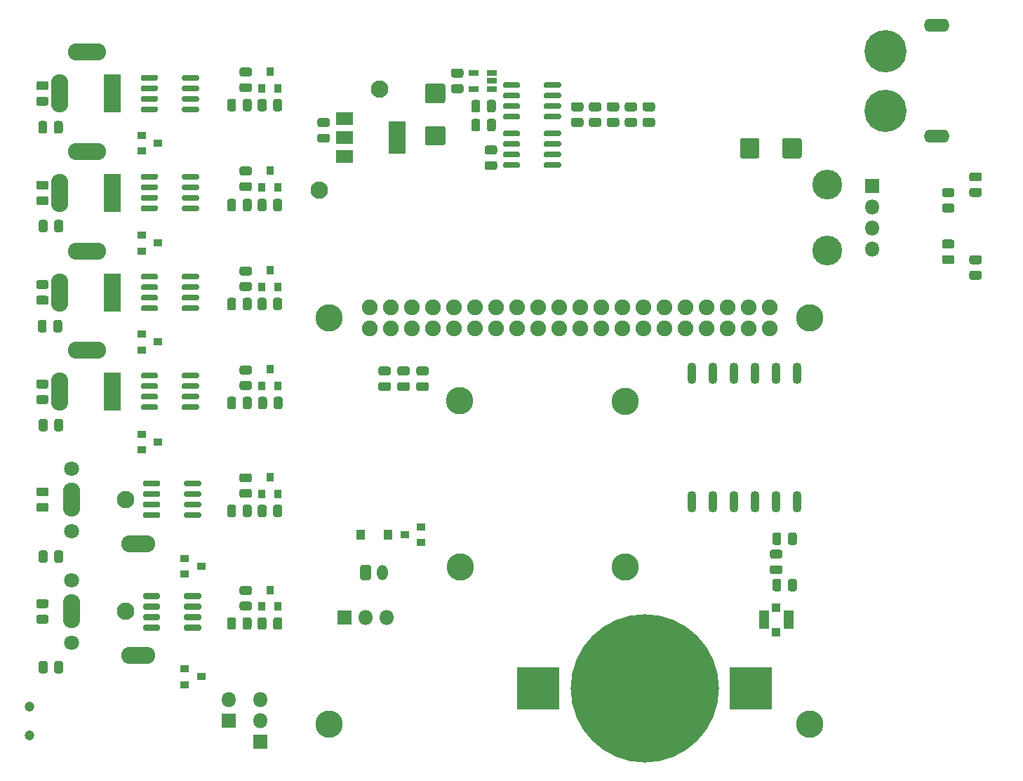
<source format=gts>
%TF.GenerationSoftware,KiCad,Pcbnew,(5.1.6-0-10_14)*%
%TF.CreationDate,2020-09-02T22:05:45+02:00*%
%TF.ProjectId,Astroberry_power_shield,41737472-6f62-4657-9272-795f706f7765,rev?*%
%TF.SameCoordinates,PX2faf080PY8f0d180*%
%TF.FileFunction,Soldermask,Top*%
%TF.FilePolarity,Negative*%
%FSLAX46Y46*%
G04 Gerber Fmt 4.6, Leading zero omitted, Abs format (unit mm)*
G04 Created by KiCad (PCBNEW (5.1.6-0-10_14)) date 2020-09-02 22:05:45*
%MOMM*%
%LPD*%
G01*
G04 APERTURE LIST*
%ADD10C,1.900000*%
%ADD11C,3.300000*%
%ADD12C,3.600000*%
%ADD13R,1.800000X1.800000*%
%ADD14O,1.800000X1.800000*%
%ADD15O,1.100000X2.600000*%
%ADD16R,1.000000X1.300000*%
%ADD17R,1.000000X0.900000*%
%ADD18O,1.300000X1.850000*%
%ADD19C,1.200000*%
%ADD20R,2.100000X3.900000*%
%ADD21R,2.100000X1.600000*%
%ADD22C,2.100000*%
%ADD23C,5.100000*%
%ADD24O,3.100000X1.600000*%
%ADD25C,17.900000*%
%ADD26R,5.200000X5.200000*%
%ADD27R,2.100000X4.600000*%
%ADD28O,2.100000X4.600000*%
%ADD29O,4.600000X2.100000*%
%ADD30O,2.100000X4.100000*%
%ADD31C,1.800000*%
%ADD32O,4.100000X2.100000*%
%ADD33R,1.100000X1.100000*%
%ADD34R,1.150000X2.300000*%
%ADD35R,0.900000X1.000000*%
%ADD36R,1.160000X0.750000*%
G04 APERTURE END LIST*
D10*
%TO.C,J4*%
X91430000Y57630000D03*
X88890000Y57630000D03*
X86350000Y57630000D03*
X83810000Y57630000D03*
X81270000Y57630000D03*
X78730000Y57630000D03*
X76190000Y57630000D03*
X73650000Y57630000D03*
X71110000Y57630000D03*
X68570000Y57630000D03*
X66030000Y57630000D03*
X63490000Y57630000D03*
X60950000Y57630000D03*
X58410000Y57630000D03*
X55870000Y57630000D03*
X53330000Y57630000D03*
X50790000Y57630000D03*
X48250000Y57630000D03*
X45710000Y57630000D03*
X43170000Y57630000D03*
X91430000Y60170000D03*
X88890000Y60170000D03*
X86350000Y60170000D03*
X83810000Y60170000D03*
X81270000Y60170000D03*
X78730000Y60170000D03*
X76190000Y60170000D03*
X73650000Y60170000D03*
X71110000Y60170000D03*
X68570000Y60170000D03*
X66030000Y60170000D03*
X63490000Y60170000D03*
X60950000Y60170000D03*
X58410000Y60170000D03*
X55870000Y60170000D03*
X53330000Y60170000D03*
X50790000Y60170000D03*
X48250000Y60170000D03*
X45710000Y60170000D03*
X43169999Y60170000D03*
D11*
X96300000Y58899999D03*
X96300000Y9899999D03*
X38300000Y9899999D03*
X38300000Y58900000D03*
%TD*%
D12*
%TO.C,J1*%
X98397000Y67016000D03*
X98397000Y75016000D03*
D13*
X103797000Y74816000D03*
D14*
X103797000Y72276000D03*
X103797000Y69736000D03*
X103797000Y67196000D03*
%TD*%
%TO.C,R36*%
G36*
G01*
X91758750Y29077000D02*
X92721250Y29077000D01*
G75*
G02*
X92990000Y28808250I0J-268750D01*
G01*
X92990000Y28270750D01*
G75*
G02*
X92721250Y28002000I-268750J0D01*
G01*
X91758750Y28002000D01*
G75*
G02*
X91490000Y28270750I0J268750D01*
G01*
X91490000Y28808250D01*
G75*
G02*
X91758750Y29077000I268750J0D01*
G01*
G37*
G36*
G01*
X91758750Y30952000D02*
X92721250Y30952000D01*
G75*
G02*
X92990000Y30683250I0J-268750D01*
G01*
X92990000Y30145750D01*
G75*
G02*
X92721250Y29877000I-268750J0D01*
G01*
X91758750Y29877000D01*
G75*
G02*
X91490000Y30145750I0J268750D01*
G01*
X91490000Y30683250D01*
G75*
G02*
X91758750Y30952000I268750J0D01*
G01*
G37*
%TD*%
D15*
%TO.C,IC2*%
X82080000Y52216000D03*
X84620000Y52216000D03*
X87160000Y52216000D03*
X89700000Y52216000D03*
X92240000Y52216000D03*
X94780000Y52216000D03*
X94780000Y36716000D03*
X92240000Y36716000D03*
X89700000Y36716000D03*
X87160000Y36716000D03*
X84620000Y36716000D03*
X82080000Y36716000D03*
%TD*%
%TO.C,C18*%
G36*
G01*
X92856000Y27164250D02*
X92856000Y26201750D01*
G75*
G02*
X92587250Y25933000I-268750J0D01*
G01*
X92049750Y25933000D01*
G75*
G02*
X91781000Y26201750I0J268750D01*
G01*
X91781000Y27164250D01*
G75*
G02*
X92049750Y27433000I268750J0D01*
G01*
X92587250Y27433000D01*
G75*
G02*
X92856000Y27164250I0J-268750D01*
G01*
G37*
G36*
G01*
X94731000Y27164250D02*
X94731000Y26201750D01*
G75*
G02*
X94462250Y25933000I-268750J0D01*
G01*
X93924750Y25933000D01*
G75*
G02*
X93656000Y26201750I0J268750D01*
G01*
X93656000Y27164250D01*
G75*
G02*
X93924750Y27433000I268750J0D01*
G01*
X94462250Y27433000D01*
G75*
G02*
X94731000Y27164250I0J-268750D01*
G01*
G37*
%TD*%
%TO.C,C17*%
G36*
G01*
X92856000Y32752250D02*
X92856000Y31789750D01*
G75*
G02*
X92587250Y31521000I-268750J0D01*
G01*
X92049750Y31521000D01*
G75*
G02*
X91781000Y31789750I0J268750D01*
G01*
X91781000Y32752250D01*
G75*
G02*
X92049750Y33021000I268750J0D01*
G01*
X92587250Y33021000D01*
G75*
G02*
X92856000Y32752250I0J-268750D01*
G01*
G37*
G36*
G01*
X94731000Y32752250D02*
X94731000Y31789750D01*
G75*
G02*
X94462250Y31521000I-268750J0D01*
G01*
X93924750Y31521000D01*
G75*
G02*
X93656000Y31789750I0J268750D01*
G01*
X93656000Y32752250D01*
G75*
G02*
X93924750Y33021000I268750J0D01*
G01*
X94462250Y33021000D01*
G75*
G02*
X94731000Y32752250I0J-268750D01*
G01*
G37*
%TD*%
%TO.C,R35*%
G36*
G01*
X47763250Y51975000D02*
X46800750Y51975000D01*
G75*
G02*
X46532000Y52243750I0J268750D01*
G01*
X46532000Y52781250D01*
G75*
G02*
X46800750Y53050000I268750J0D01*
G01*
X47763250Y53050000D01*
G75*
G02*
X48032000Y52781250I0J-268750D01*
G01*
X48032000Y52243750D01*
G75*
G02*
X47763250Y51975000I-268750J0D01*
G01*
G37*
G36*
G01*
X47763250Y50100000D02*
X46800750Y50100000D01*
G75*
G02*
X46532000Y50368750I0J268750D01*
G01*
X46532000Y50906250D01*
G75*
G02*
X46800750Y51175000I268750J0D01*
G01*
X47763250Y51175000D01*
G75*
G02*
X48032000Y50906250I0J-268750D01*
G01*
X48032000Y50368750D01*
G75*
G02*
X47763250Y50100000I-268750J0D01*
G01*
G37*
%TD*%
%TO.C,R34*%
G36*
G01*
X45477250Y51975000D02*
X44514750Y51975000D01*
G75*
G02*
X44246000Y52243750I0J268750D01*
G01*
X44246000Y52781250D01*
G75*
G02*
X44514750Y53050000I268750J0D01*
G01*
X45477250Y53050000D01*
G75*
G02*
X45746000Y52781250I0J-268750D01*
G01*
X45746000Y52243750D01*
G75*
G02*
X45477250Y51975000I-268750J0D01*
G01*
G37*
G36*
G01*
X45477250Y50100000D02*
X44514750Y50100000D01*
G75*
G02*
X44246000Y50368750I0J268750D01*
G01*
X44246000Y50906250D01*
G75*
G02*
X44514750Y51175000I268750J0D01*
G01*
X45477250Y51175000D01*
G75*
G02*
X45746000Y50906250I0J-268750D01*
G01*
X45746000Y50368750D01*
G75*
G02*
X45477250Y50100000I-268750J0D01*
G01*
G37*
%TD*%
%TO.C,R2*%
G36*
G01*
X50049250Y51975000D02*
X49086750Y51975000D01*
G75*
G02*
X48818000Y52243750I0J268750D01*
G01*
X48818000Y52781250D01*
G75*
G02*
X49086750Y53050000I268750J0D01*
G01*
X50049250Y53050000D01*
G75*
G02*
X50318000Y52781250I0J-268750D01*
G01*
X50318000Y52243750D01*
G75*
G02*
X50049250Y51975000I-268750J0D01*
G01*
G37*
G36*
G01*
X50049250Y50100000D02*
X49086750Y50100000D01*
G75*
G02*
X48818000Y50368750I0J268750D01*
G01*
X48818000Y50906250D01*
G75*
G02*
X49086750Y51175000I268750J0D01*
G01*
X50049250Y51175000D01*
G75*
G02*
X50318000Y50906250I0J-268750D01*
G01*
X50318000Y50368750D01*
G75*
G02*
X50049250Y50100000I-268750J0D01*
G01*
G37*
%TD*%
D14*
%TO.C,JP3*%
X45250000Y22746000D03*
X42710000Y22746000D03*
D13*
X40170000Y22746000D03*
%TD*%
D16*
%TO.C,D5*%
X45376000Y32779000D03*
X42076000Y32779000D03*
%TD*%
D17*
%TO.C,T20*%
X47425000Y32779000D03*
X49425000Y33729000D03*
X49425000Y31829000D03*
%TD*%
D18*
%TO.C,J12*%
X44710000Y28207000D03*
G36*
G01*
X42060000Y27552832D02*
X42060000Y28861168D01*
G75*
G02*
X42330832Y29132000I270832J0D01*
G01*
X43089168Y29132000D01*
G75*
G02*
X43360000Y28861168I0J-270832D01*
G01*
X43360000Y27552832D01*
G75*
G02*
X43089168Y27282000I-270832J0D01*
G01*
X42330832Y27282000D01*
G75*
G02*
X42060000Y27552832I0J270832D01*
G01*
G37*
%TD*%
D11*
%TO.C,H6*%
X74050000Y28900000D03*
%TD*%
%TO.C,H5*%
X74050000Y48850000D03*
%TD*%
%TO.C,H4*%
X54100000Y28900000D03*
%TD*%
%TO.C,H3*%
X54050000Y48900000D03*
%TD*%
D14*
%TO.C,JP2*%
X26200000Y12840000D03*
D13*
X26200000Y10300000D03*
%TD*%
D14*
%TO.C,JP1*%
X30010000Y12840000D03*
X30010000Y10300000D03*
D13*
X30010000Y7760000D03*
%TD*%
D19*
%TO.C,J2*%
X2125000Y8550000D03*
X2125000Y12050000D03*
%TD*%
%TO.C,C16*%
G36*
G01*
X50128110Y82077000D02*
X52055890Y82077000D01*
G75*
G02*
X52317000Y81815890I0J-261110D01*
G01*
X52317000Y79988110D01*
G75*
G02*
X52055890Y79727000I-261110J0D01*
G01*
X50128110Y79727000D01*
G75*
G02*
X49867000Y79988110I0J261110D01*
G01*
X49867000Y81815890D01*
G75*
G02*
X50128110Y82077000I261110J0D01*
G01*
G37*
G36*
G01*
X50128110Y87177000D02*
X52055890Y87177000D01*
G75*
G02*
X52317000Y86915890I0J-261110D01*
G01*
X52317000Y85088110D01*
G75*
G02*
X52055890Y84827000I-261110J0D01*
G01*
X50128110Y84827000D01*
G75*
G02*
X49867000Y85088110I0J261110D01*
G01*
X49867000Y86915890D01*
G75*
G02*
X50128110Y87177000I261110J0D01*
G01*
G37*
%TD*%
D20*
%TO.C,IC6*%
X46495000Y80658000D03*
D21*
X40195000Y80658000D03*
X40195000Y78358000D03*
X40195000Y82958000D03*
%TD*%
D17*
%TO.C,T19*%
X22882000Y15634000D03*
X20882000Y14684000D03*
X20882000Y16584000D03*
%TD*%
%TO.C,T18*%
X22882000Y28969000D03*
X20882000Y28019000D03*
X20882000Y29919000D03*
%TD*%
%TO.C,T17*%
X17675000Y43955000D03*
X15675000Y43005000D03*
X15675000Y44905000D03*
%TD*%
%TO.C,T16*%
X17675000Y56020000D03*
X15675000Y55070000D03*
X15675000Y56970000D03*
%TD*%
%TO.C,T15*%
X17675000Y67958000D03*
X15675000Y67008000D03*
X15675000Y68908000D03*
%TD*%
%TO.C,T14*%
X17675000Y80023000D03*
X15675000Y79073000D03*
X15675000Y80973000D03*
%TD*%
%TO.C,R33*%
G36*
G01*
X5137000Y16295750D02*
X5137000Y17258250D01*
G75*
G02*
X5405750Y17527000I268750J0D01*
G01*
X5943250Y17527000D01*
G75*
G02*
X6212000Y17258250I0J-268750D01*
G01*
X6212000Y16295750D01*
G75*
G02*
X5943250Y16027000I-268750J0D01*
G01*
X5405750Y16027000D01*
G75*
G02*
X5137000Y16295750I0J268750D01*
G01*
G37*
G36*
G01*
X3262000Y16295750D02*
X3262000Y17258250D01*
G75*
G02*
X3530750Y17527000I268750J0D01*
G01*
X4068250Y17527000D01*
G75*
G02*
X4337000Y17258250I0J-268750D01*
G01*
X4337000Y16295750D01*
G75*
G02*
X4068250Y16027000I-268750J0D01*
G01*
X3530750Y16027000D01*
G75*
G02*
X3262000Y16295750I0J268750D01*
G01*
G37*
%TD*%
%TO.C,R32*%
G36*
G01*
X5137000Y29630750D02*
X5137000Y30593250D01*
G75*
G02*
X5405750Y30862000I268750J0D01*
G01*
X5943250Y30862000D01*
G75*
G02*
X6212000Y30593250I0J-268750D01*
G01*
X6212000Y29630750D01*
G75*
G02*
X5943250Y29362000I-268750J0D01*
G01*
X5405750Y29362000D01*
G75*
G02*
X5137000Y29630750I0J268750D01*
G01*
G37*
G36*
G01*
X3262000Y29630750D02*
X3262000Y30593250D01*
G75*
G02*
X3530750Y30862000I268750J0D01*
G01*
X4068250Y30862000D01*
G75*
G02*
X4337000Y30593250I0J-268750D01*
G01*
X4337000Y29630750D01*
G75*
G02*
X4068250Y29362000I-268750J0D01*
G01*
X3530750Y29362000D01*
G75*
G02*
X3262000Y29630750I0J268750D01*
G01*
G37*
%TD*%
%TO.C,R31*%
G36*
G01*
X5137000Y45505750D02*
X5137000Y46468250D01*
G75*
G02*
X5405750Y46737000I268750J0D01*
G01*
X5943250Y46737000D01*
G75*
G02*
X6212000Y46468250I0J-268750D01*
G01*
X6212000Y45505750D01*
G75*
G02*
X5943250Y45237000I-268750J0D01*
G01*
X5405750Y45237000D01*
G75*
G02*
X5137000Y45505750I0J268750D01*
G01*
G37*
G36*
G01*
X3262000Y45505750D02*
X3262000Y46468250D01*
G75*
G02*
X3530750Y46737000I268750J0D01*
G01*
X4068250Y46737000D01*
G75*
G02*
X4337000Y46468250I0J-268750D01*
G01*
X4337000Y45505750D01*
G75*
G02*
X4068250Y45237000I-268750J0D01*
G01*
X3530750Y45237000D01*
G75*
G02*
X3262000Y45505750I0J268750D01*
G01*
G37*
%TD*%
%TO.C,R30*%
G36*
G01*
X5010000Y57443750D02*
X5010000Y58406250D01*
G75*
G02*
X5278750Y58675000I268750J0D01*
G01*
X5816250Y58675000D01*
G75*
G02*
X6085000Y58406250I0J-268750D01*
G01*
X6085000Y57443750D01*
G75*
G02*
X5816250Y57175000I-268750J0D01*
G01*
X5278750Y57175000D01*
G75*
G02*
X5010000Y57443750I0J268750D01*
G01*
G37*
G36*
G01*
X3135000Y57443750D02*
X3135000Y58406250D01*
G75*
G02*
X3403750Y58675000I268750J0D01*
G01*
X3941250Y58675000D01*
G75*
G02*
X4210000Y58406250I0J-268750D01*
G01*
X4210000Y57443750D01*
G75*
G02*
X3941250Y57175000I-268750J0D01*
G01*
X3403750Y57175000D01*
G75*
G02*
X3135000Y57443750I0J268750D01*
G01*
G37*
%TD*%
%TO.C,R29*%
G36*
G01*
X5137000Y69508750D02*
X5137000Y70471250D01*
G75*
G02*
X5405750Y70740000I268750J0D01*
G01*
X5943250Y70740000D01*
G75*
G02*
X6212000Y70471250I0J-268750D01*
G01*
X6212000Y69508750D01*
G75*
G02*
X5943250Y69240000I-268750J0D01*
G01*
X5405750Y69240000D01*
G75*
G02*
X5137000Y69508750I0J268750D01*
G01*
G37*
G36*
G01*
X3262000Y69508750D02*
X3262000Y70471250D01*
G75*
G02*
X3530750Y70740000I268750J0D01*
G01*
X4068250Y70740000D01*
G75*
G02*
X4337000Y70471250I0J-268750D01*
G01*
X4337000Y69508750D01*
G75*
G02*
X4068250Y69240000I-268750J0D01*
G01*
X3530750Y69240000D01*
G75*
G02*
X3262000Y69508750I0J268750D01*
G01*
G37*
%TD*%
%TO.C,R28*%
G36*
G01*
X5088500Y81446750D02*
X5088500Y82409250D01*
G75*
G02*
X5357250Y82678000I268750J0D01*
G01*
X5894750Y82678000D01*
G75*
G02*
X6163500Y82409250I0J-268750D01*
G01*
X6163500Y81446750D01*
G75*
G02*
X5894750Y81178000I-268750J0D01*
G01*
X5357250Y81178000D01*
G75*
G02*
X5088500Y81446750I0J268750D01*
G01*
G37*
G36*
G01*
X3213500Y81446750D02*
X3213500Y82409250D01*
G75*
G02*
X3482250Y82678000I268750J0D01*
G01*
X4019750Y82678000D01*
G75*
G02*
X4288500Y82409250I0J-268750D01*
G01*
X4288500Y81446750D01*
G75*
G02*
X4019750Y81178000I-268750J0D01*
G01*
X3482250Y81178000D01*
G75*
G02*
X3213500Y81446750I0J268750D01*
G01*
G37*
%TD*%
%TO.C,D16*%
G36*
G01*
X4181250Y23900000D02*
X3218750Y23900000D01*
G75*
G02*
X2950000Y24168750I0J268750D01*
G01*
X2950000Y24706250D01*
G75*
G02*
X3218750Y24975000I268750J0D01*
G01*
X4181250Y24975000D01*
G75*
G02*
X4450000Y24706250I0J-268750D01*
G01*
X4450000Y24168750D01*
G75*
G02*
X4181250Y23900000I-268750J0D01*
G01*
G37*
G36*
G01*
X4181250Y22025000D02*
X3218750Y22025000D01*
G75*
G02*
X2950000Y22293750I0J268750D01*
G01*
X2950000Y22831250D01*
G75*
G02*
X3218750Y23100000I268750J0D01*
G01*
X4181250Y23100000D01*
G75*
G02*
X4450000Y22831250I0J-268750D01*
G01*
X4450000Y22293750D01*
G75*
G02*
X4181250Y22025000I-268750J0D01*
G01*
G37*
%TD*%
%TO.C,D15*%
G36*
G01*
X4181250Y37400000D02*
X3218750Y37400000D01*
G75*
G02*
X2950000Y37668750I0J268750D01*
G01*
X2950000Y38206250D01*
G75*
G02*
X3218750Y38475000I268750J0D01*
G01*
X4181250Y38475000D01*
G75*
G02*
X4450000Y38206250I0J-268750D01*
G01*
X4450000Y37668750D01*
G75*
G02*
X4181250Y37400000I-268750J0D01*
G01*
G37*
G36*
G01*
X4181250Y35525000D02*
X3218750Y35525000D01*
G75*
G02*
X2950000Y35793750I0J268750D01*
G01*
X2950000Y36331250D01*
G75*
G02*
X3218750Y36600000I268750J0D01*
G01*
X4181250Y36600000D01*
G75*
G02*
X4450000Y36331250I0J-268750D01*
G01*
X4450000Y35793750D01*
G75*
G02*
X4181250Y35525000I-268750J0D01*
G01*
G37*
%TD*%
%TO.C,D14*%
G36*
G01*
X4181250Y50400000D02*
X3218750Y50400000D01*
G75*
G02*
X2950000Y50668750I0J268750D01*
G01*
X2950000Y51206250D01*
G75*
G02*
X3218750Y51475000I268750J0D01*
G01*
X4181250Y51475000D01*
G75*
G02*
X4450000Y51206250I0J-268750D01*
G01*
X4450000Y50668750D01*
G75*
G02*
X4181250Y50400000I-268750J0D01*
G01*
G37*
G36*
G01*
X4181250Y48525000D02*
X3218750Y48525000D01*
G75*
G02*
X2950000Y48793750I0J268750D01*
G01*
X2950000Y49331250D01*
G75*
G02*
X3218750Y49600000I268750J0D01*
G01*
X4181250Y49600000D01*
G75*
G02*
X4450000Y49331250I0J-268750D01*
G01*
X4450000Y48793750D01*
G75*
G02*
X4181250Y48525000I-268750J0D01*
G01*
G37*
%TD*%
%TO.C,D13*%
G36*
G01*
X4181250Y62400000D02*
X3218750Y62400000D01*
G75*
G02*
X2950000Y62668750I0J268750D01*
G01*
X2950000Y63206250D01*
G75*
G02*
X3218750Y63475000I268750J0D01*
G01*
X4181250Y63475000D01*
G75*
G02*
X4450000Y63206250I0J-268750D01*
G01*
X4450000Y62668750D01*
G75*
G02*
X4181250Y62400000I-268750J0D01*
G01*
G37*
G36*
G01*
X4181250Y60525000D02*
X3218750Y60525000D01*
G75*
G02*
X2950000Y60793750I0J268750D01*
G01*
X2950000Y61331250D01*
G75*
G02*
X3218750Y61600000I268750J0D01*
G01*
X4181250Y61600000D01*
G75*
G02*
X4450000Y61331250I0J-268750D01*
G01*
X4450000Y60793750D01*
G75*
G02*
X4181250Y60525000I-268750J0D01*
G01*
G37*
%TD*%
%TO.C,D12*%
G36*
G01*
X4181250Y74400000D02*
X3218750Y74400000D01*
G75*
G02*
X2950000Y74668750I0J268750D01*
G01*
X2950000Y75206250D01*
G75*
G02*
X3218750Y75475000I268750J0D01*
G01*
X4181250Y75475000D01*
G75*
G02*
X4450000Y75206250I0J-268750D01*
G01*
X4450000Y74668750D01*
G75*
G02*
X4181250Y74400000I-268750J0D01*
G01*
G37*
G36*
G01*
X4181250Y72525000D02*
X3218750Y72525000D01*
G75*
G02*
X2950000Y72793750I0J268750D01*
G01*
X2950000Y73331250D01*
G75*
G02*
X3218750Y73600000I268750J0D01*
G01*
X4181250Y73600000D01*
G75*
G02*
X4450000Y73331250I0J-268750D01*
G01*
X4450000Y72793750D01*
G75*
G02*
X4181250Y72525000I-268750J0D01*
G01*
G37*
%TD*%
%TO.C,D11*%
G36*
G01*
X4181250Y86400000D02*
X3218750Y86400000D01*
G75*
G02*
X2950000Y86668750I0J268750D01*
G01*
X2950000Y87206250D01*
G75*
G02*
X3218750Y87475000I268750J0D01*
G01*
X4181250Y87475000D01*
G75*
G02*
X4450000Y87206250I0J-268750D01*
G01*
X4450000Y86668750D01*
G75*
G02*
X4181250Y86400000I-268750J0D01*
G01*
G37*
G36*
G01*
X4181250Y84525000D02*
X3218750Y84525000D01*
G75*
G02*
X2950000Y84793750I0J268750D01*
G01*
X2950000Y85331250D01*
G75*
G02*
X3218750Y85600000I268750J0D01*
G01*
X4181250Y85600000D01*
G75*
G02*
X4450000Y85331250I0J-268750D01*
G01*
X4450000Y84793750D01*
G75*
G02*
X4181250Y84525000I-268750J0D01*
G01*
G37*
%TD*%
D22*
%TO.C,TP2*%
X37122000Y74308000D03*
%TD*%
D23*
%TO.C,J3*%
X105448000Y91116000D03*
X105448000Y83916000D03*
D24*
X111648000Y94216000D03*
X111648000Y80816000D03*
%TD*%
D25*
%TO.C,BT1*%
X76365000Y14237000D03*
D26*
X89165000Y14237000D03*
X63565000Y14237000D03*
%TD*%
%TO.C,IC5*%
G36*
G01*
X61326000Y77531000D02*
X61326000Y77181000D01*
G75*
G02*
X61151000Y77006000I-175000J0D01*
G01*
X59451000Y77006000D01*
G75*
G02*
X59276000Y77181000I0J175000D01*
G01*
X59276000Y77531000D01*
G75*
G02*
X59451000Y77706000I175000J0D01*
G01*
X61151000Y77706000D01*
G75*
G02*
X61326000Y77531000I0J-175000D01*
G01*
G37*
G36*
G01*
X61326000Y78801000D02*
X61326000Y78451000D01*
G75*
G02*
X61151000Y78276000I-175000J0D01*
G01*
X59451000Y78276000D01*
G75*
G02*
X59276000Y78451000I0J175000D01*
G01*
X59276000Y78801000D01*
G75*
G02*
X59451000Y78976000I175000J0D01*
G01*
X61151000Y78976000D01*
G75*
G02*
X61326000Y78801000I0J-175000D01*
G01*
G37*
G36*
G01*
X61326000Y80071000D02*
X61326000Y79721000D01*
G75*
G02*
X61151000Y79546000I-175000J0D01*
G01*
X59451000Y79546000D01*
G75*
G02*
X59276000Y79721000I0J175000D01*
G01*
X59276000Y80071000D01*
G75*
G02*
X59451000Y80246000I175000J0D01*
G01*
X61151000Y80246000D01*
G75*
G02*
X61326000Y80071000I0J-175000D01*
G01*
G37*
G36*
G01*
X61326000Y81341000D02*
X61326000Y80991000D01*
G75*
G02*
X61151000Y80816000I-175000J0D01*
G01*
X59451000Y80816000D01*
G75*
G02*
X59276000Y80991000I0J175000D01*
G01*
X59276000Y81341000D01*
G75*
G02*
X59451000Y81516000I175000J0D01*
G01*
X61151000Y81516000D01*
G75*
G02*
X61326000Y81341000I0J-175000D01*
G01*
G37*
G36*
G01*
X66276000Y81341000D02*
X66276000Y80991000D01*
G75*
G02*
X66101000Y80816000I-175000J0D01*
G01*
X64401000Y80816000D01*
G75*
G02*
X64226000Y80991000I0J175000D01*
G01*
X64226000Y81341000D01*
G75*
G02*
X64401000Y81516000I175000J0D01*
G01*
X66101000Y81516000D01*
G75*
G02*
X66276000Y81341000I0J-175000D01*
G01*
G37*
G36*
G01*
X66276000Y80071000D02*
X66276000Y79721000D01*
G75*
G02*
X66101000Y79546000I-175000J0D01*
G01*
X64401000Y79546000D01*
G75*
G02*
X64226000Y79721000I0J175000D01*
G01*
X64226000Y80071000D01*
G75*
G02*
X64401000Y80246000I175000J0D01*
G01*
X66101000Y80246000D01*
G75*
G02*
X66276000Y80071000I0J-175000D01*
G01*
G37*
G36*
G01*
X66276000Y78801000D02*
X66276000Y78451000D01*
G75*
G02*
X66101000Y78276000I-175000J0D01*
G01*
X64401000Y78276000D01*
G75*
G02*
X64226000Y78451000I0J175000D01*
G01*
X64226000Y78801000D01*
G75*
G02*
X64401000Y78976000I175000J0D01*
G01*
X66101000Y78976000D01*
G75*
G02*
X66276000Y78801000I0J-175000D01*
G01*
G37*
G36*
G01*
X66276000Y77531000D02*
X66276000Y77181000D01*
G75*
G02*
X66101000Y77006000I-175000J0D01*
G01*
X64401000Y77006000D01*
G75*
G02*
X64226000Y77181000I0J175000D01*
G01*
X64226000Y77531000D01*
G75*
G02*
X64401000Y77706000I175000J0D01*
G01*
X66101000Y77706000D01*
G75*
G02*
X66276000Y77531000I0J-175000D01*
G01*
G37*
%TD*%
D27*
%TO.C,J9*%
X12100000Y50000000D03*
D28*
X5800000Y50000000D03*
D29*
X9100000Y55000000D03*
%TD*%
D27*
%TO.C,J8*%
X12100000Y62000000D03*
D28*
X5800000Y62000000D03*
D29*
X9100000Y67000000D03*
%TD*%
D27*
%TO.C,J7*%
X12100000Y74000000D03*
D28*
X5800000Y74000000D03*
D29*
X9100000Y79000000D03*
%TD*%
D27*
%TO.C,J6*%
X12100000Y86000000D03*
D28*
X5800000Y86000000D03*
D29*
X9100000Y91000000D03*
%TD*%
D30*
%TO.C,J11*%
X7253000Y23508000D03*
D31*
X7253000Y19758000D03*
X7253000Y27258000D03*
D22*
X13753000Y23508000D03*
D32*
X15253000Y18208000D03*
%TD*%
D30*
%TO.C,J10*%
X7253000Y36970000D03*
D31*
X7253000Y33220000D03*
X7253000Y40720000D03*
D22*
X13753000Y36970000D03*
D32*
X15253000Y31670000D03*
%TD*%
%TO.C,R27*%
G36*
G01*
X31601500Y48172750D02*
X31601500Y49135250D01*
G75*
G02*
X31870250Y49404000I268750J0D01*
G01*
X32407750Y49404000D01*
G75*
G02*
X32676500Y49135250I0J-268750D01*
G01*
X32676500Y48172750D01*
G75*
G02*
X32407750Y47904000I-268750J0D01*
G01*
X31870250Y47904000D01*
G75*
G02*
X31601500Y48172750I0J268750D01*
G01*
G37*
G36*
G01*
X29726500Y48172750D02*
X29726500Y49135250D01*
G75*
G02*
X29995250Y49404000I268750J0D01*
G01*
X30532750Y49404000D01*
G75*
G02*
X30801500Y49135250I0J-268750D01*
G01*
X30801500Y48172750D01*
G75*
G02*
X30532750Y47904000I-268750J0D01*
G01*
X29995250Y47904000D01*
G75*
G02*
X29726500Y48172750I0J268750D01*
G01*
G37*
%TD*%
%TO.C,R26*%
G36*
G01*
X31553000Y60110750D02*
X31553000Y61073250D01*
G75*
G02*
X31821750Y61342000I268750J0D01*
G01*
X32359250Y61342000D01*
G75*
G02*
X32628000Y61073250I0J-268750D01*
G01*
X32628000Y60110750D01*
G75*
G02*
X32359250Y59842000I-268750J0D01*
G01*
X31821750Y59842000D01*
G75*
G02*
X31553000Y60110750I0J268750D01*
G01*
G37*
G36*
G01*
X29678000Y60110750D02*
X29678000Y61073250D01*
G75*
G02*
X29946750Y61342000I268750J0D01*
G01*
X30484250Y61342000D01*
G75*
G02*
X30753000Y61073250I0J-268750D01*
G01*
X30753000Y60110750D01*
G75*
G02*
X30484250Y59842000I-268750J0D01*
G01*
X29946750Y59842000D01*
G75*
G02*
X29678000Y60110750I0J268750D01*
G01*
G37*
%TD*%
%TO.C,R25*%
G36*
G01*
X31553000Y72048750D02*
X31553000Y73011250D01*
G75*
G02*
X31821750Y73280000I268750J0D01*
G01*
X32359250Y73280000D01*
G75*
G02*
X32628000Y73011250I0J-268750D01*
G01*
X32628000Y72048750D01*
G75*
G02*
X32359250Y71780000I-268750J0D01*
G01*
X31821750Y71780000D01*
G75*
G02*
X31553000Y72048750I0J268750D01*
G01*
G37*
G36*
G01*
X29678000Y72048750D02*
X29678000Y73011250D01*
G75*
G02*
X29946750Y73280000I268750J0D01*
G01*
X30484250Y73280000D01*
G75*
G02*
X30753000Y73011250I0J-268750D01*
G01*
X30753000Y72048750D01*
G75*
G02*
X30484250Y71780000I-268750J0D01*
G01*
X29946750Y71780000D01*
G75*
G02*
X29678000Y72048750I0J268750D01*
G01*
G37*
%TD*%
%TO.C,R24*%
G36*
G01*
X31553000Y84113750D02*
X31553000Y85076250D01*
G75*
G02*
X31821750Y85345000I268750J0D01*
G01*
X32359250Y85345000D01*
G75*
G02*
X32628000Y85076250I0J-268750D01*
G01*
X32628000Y84113750D01*
G75*
G02*
X32359250Y83845000I-268750J0D01*
G01*
X31821750Y83845000D01*
G75*
G02*
X31553000Y84113750I0J268750D01*
G01*
G37*
G36*
G01*
X29678000Y84113750D02*
X29678000Y85076250D01*
G75*
G02*
X29946750Y85345000I268750J0D01*
G01*
X30484250Y85345000D01*
G75*
G02*
X30753000Y85076250I0J-268750D01*
G01*
X30753000Y84113750D01*
G75*
G02*
X30484250Y83845000I-268750J0D01*
G01*
X29946750Y83845000D01*
G75*
G02*
X29678000Y84113750I0J268750D01*
G01*
G37*
%TD*%
%TO.C,R21*%
G36*
G01*
X27070000Y49135250D02*
X27070000Y48172750D01*
G75*
G02*
X26801250Y47904000I-268750J0D01*
G01*
X26263750Y47904000D01*
G75*
G02*
X25995000Y48172750I0J268750D01*
G01*
X25995000Y49135250D01*
G75*
G02*
X26263750Y49404000I268750J0D01*
G01*
X26801250Y49404000D01*
G75*
G02*
X27070000Y49135250I0J-268750D01*
G01*
G37*
G36*
G01*
X28945000Y49135250D02*
X28945000Y48172750D01*
G75*
G02*
X28676250Y47904000I-268750J0D01*
G01*
X28138750Y47904000D01*
G75*
G02*
X27870000Y48172750I0J268750D01*
G01*
X27870000Y49135250D01*
G75*
G02*
X28138750Y49404000I268750J0D01*
G01*
X28676250Y49404000D01*
G75*
G02*
X28945000Y49135250I0J-268750D01*
G01*
G37*
%TD*%
%TO.C,R20*%
G36*
G01*
X27070000Y61073250D02*
X27070000Y60110750D01*
G75*
G02*
X26801250Y59842000I-268750J0D01*
G01*
X26263750Y59842000D01*
G75*
G02*
X25995000Y60110750I0J268750D01*
G01*
X25995000Y61073250D01*
G75*
G02*
X26263750Y61342000I268750J0D01*
G01*
X26801250Y61342000D01*
G75*
G02*
X27070000Y61073250I0J-268750D01*
G01*
G37*
G36*
G01*
X28945000Y61073250D02*
X28945000Y60110750D01*
G75*
G02*
X28676250Y59842000I-268750J0D01*
G01*
X28138750Y59842000D01*
G75*
G02*
X27870000Y60110750I0J268750D01*
G01*
X27870000Y61073250D01*
G75*
G02*
X28138750Y61342000I268750J0D01*
G01*
X28676250Y61342000D01*
G75*
G02*
X28945000Y61073250I0J-268750D01*
G01*
G37*
%TD*%
%TO.C,R19*%
G36*
G01*
X27070000Y73011250D02*
X27070000Y72048750D01*
G75*
G02*
X26801250Y71780000I-268750J0D01*
G01*
X26263750Y71780000D01*
G75*
G02*
X25995000Y72048750I0J268750D01*
G01*
X25995000Y73011250D01*
G75*
G02*
X26263750Y73280000I268750J0D01*
G01*
X26801250Y73280000D01*
G75*
G02*
X27070000Y73011250I0J-268750D01*
G01*
G37*
G36*
G01*
X28945000Y73011250D02*
X28945000Y72048750D01*
G75*
G02*
X28676250Y71780000I-268750J0D01*
G01*
X28138750Y71780000D01*
G75*
G02*
X27870000Y72048750I0J268750D01*
G01*
X27870000Y73011250D01*
G75*
G02*
X28138750Y73280000I268750J0D01*
G01*
X28676250Y73280000D01*
G75*
G02*
X28945000Y73011250I0J-268750D01*
G01*
G37*
%TD*%
%TO.C,R18*%
G36*
G01*
X27070000Y85076250D02*
X27070000Y84113750D01*
G75*
G02*
X26801250Y83845000I-268750J0D01*
G01*
X26263750Y83845000D01*
G75*
G02*
X25995000Y84113750I0J268750D01*
G01*
X25995000Y85076250D01*
G75*
G02*
X26263750Y85345000I268750J0D01*
G01*
X26801250Y85345000D01*
G75*
G02*
X27070000Y85076250I0J-268750D01*
G01*
G37*
G36*
G01*
X28945000Y85076250D02*
X28945000Y84113750D01*
G75*
G02*
X28676250Y83845000I-268750J0D01*
G01*
X28138750Y83845000D01*
G75*
G02*
X27870000Y84113750I0J268750D01*
G01*
X27870000Y85076250D01*
G75*
G02*
X28138750Y85345000I268750J0D01*
G01*
X28676250Y85345000D01*
G75*
G02*
X28945000Y85076250I0J-268750D01*
G01*
G37*
%TD*%
%TO.C,R17*%
G36*
G01*
X27070000Y22527250D02*
X27070000Y21564750D01*
G75*
G02*
X26801250Y21296000I-268750J0D01*
G01*
X26263750Y21296000D01*
G75*
G02*
X25995000Y21564750I0J268750D01*
G01*
X25995000Y22527250D01*
G75*
G02*
X26263750Y22796000I268750J0D01*
G01*
X26801250Y22796000D01*
G75*
G02*
X27070000Y22527250I0J-268750D01*
G01*
G37*
G36*
G01*
X28945000Y22527250D02*
X28945000Y21564750D01*
G75*
G02*
X28676250Y21296000I-268750J0D01*
G01*
X28138750Y21296000D01*
G75*
G02*
X27870000Y21564750I0J268750D01*
G01*
X27870000Y22527250D01*
G75*
G02*
X28138750Y22796000I268750J0D01*
G01*
X28676250Y22796000D01*
G75*
G02*
X28945000Y22527250I0J-268750D01*
G01*
G37*
%TD*%
%TO.C,R16*%
G36*
G01*
X27070000Y36116250D02*
X27070000Y35153750D01*
G75*
G02*
X26801250Y34885000I-268750J0D01*
G01*
X26263750Y34885000D01*
G75*
G02*
X25995000Y35153750I0J268750D01*
G01*
X25995000Y36116250D01*
G75*
G02*
X26263750Y36385000I268750J0D01*
G01*
X26801250Y36385000D01*
G75*
G02*
X27070000Y36116250I0J-268750D01*
G01*
G37*
G36*
G01*
X28945000Y36116250D02*
X28945000Y35153750D01*
G75*
G02*
X28676250Y34885000I-268750J0D01*
G01*
X28138750Y34885000D01*
G75*
G02*
X27870000Y35153750I0J268750D01*
G01*
X27870000Y36116250D01*
G75*
G02*
X28138750Y36385000I268750J0D01*
G01*
X28676250Y36385000D01*
G75*
G02*
X28945000Y36116250I0J-268750D01*
G01*
G37*
%TD*%
%TO.C,R23*%
G36*
G01*
X31553000Y21564750D02*
X31553000Y22527250D01*
G75*
G02*
X31821750Y22796000I268750J0D01*
G01*
X32359250Y22796000D01*
G75*
G02*
X32628000Y22527250I0J-268750D01*
G01*
X32628000Y21564750D01*
G75*
G02*
X32359250Y21296000I-268750J0D01*
G01*
X31821750Y21296000D01*
G75*
G02*
X31553000Y21564750I0J268750D01*
G01*
G37*
G36*
G01*
X29678000Y21564750D02*
X29678000Y22527250D01*
G75*
G02*
X29946750Y22796000I268750J0D01*
G01*
X30484250Y22796000D01*
G75*
G02*
X30753000Y22527250I0J-268750D01*
G01*
X30753000Y21564750D01*
G75*
G02*
X30484250Y21296000I-268750J0D01*
G01*
X29946750Y21296000D01*
G75*
G02*
X29678000Y21564750I0J268750D01*
G01*
G37*
%TD*%
%TO.C,R22*%
G36*
G01*
X31553000Y35153750D02*
X31553000Y36116250D01*
G75*
G02*
X31821750Y36385000I268750J0D01*
G01*
X32359250Y36385000D01*
G75*
G02*
X32628000Y36116250I0J-268750D01*
G01*
X32628000Y35153750D01*
G75*
G02*
X32359250Y34885000I-268750J0D01*
G01*
X31821750Y34885000D01*
G75*
G02*
X31553000Y35153750I0J268750D01*
G01*
G37*
G36*
G01*
X29678000Y35153750D02*
X29678000Y36116250D01*
G75*
G02*
X29946750Y36385000I268750J0D01*
G01*
X30484250Y36385000D01*
G75*
G02*
X30753000Y36116250I0J-268750D01*
G01*
X30753000Y35153750D01*
G75*
G02*
X30484250Y34885000I-268750J0D01*
G01*
X29946750Y34885000D01*
G75*
G02*
X29678000Y35153750I0J268750D01*
G01*
G37*
%TD*%
%TO.C,C12*%
G36*
G01*
X57341750Y77845000D02*
X58304250Y77845000D01*
G75*
G02*
X58573000Y77576250I0J-268750D01*
G01*
X58573000Y77038750D01*
G75*
G02*
X58304250Y76770000I-268750J0D01*
G01*
X57341750Y76770000D01*
G75*
G02*
X57073000Y77038750I0J268750D01*
G01*
X57073000Y77576250D01*
G75*
G02*
X57341750Y77845000I268750J0D01*
G01*
G37*
G36*
G01*
X57341750Y79720000D02*
X58304250Y79720000D01*
G75*
G02*
X58573000Y79451250I0J-268750D01*
G01*
X58573000Y78913750D01*
G75*
G02*
X58304250Y78645000I-268750J0D01*
G01*
X57341750Y78645000D01*
G75*
G02*
X57073000Y78913750I0J268750D01*
G01*
X57073000Y79451250D01*
G75*
G02*
X57341750Y79720000I268750J0D01*
G01*
G37*
%TD*%
%TO.C,R6*%
G36*
G01*
X112518750Y72700000D02*
X113481250Y72700000D01*
G75*
G02*
X113750000Y72431250I0J-268750D01*
G01*
X113750000Y71893750D01*
G75*
G02*
X113481250Y71625000I-268750J0D01*
G01*
X112518750Y71625000D01*
G75*
G02*
X112250000Y71893750I0J268750D01*
G01*
X112250000Y72431250D01*
G75*
G02*
X112518750Y72700000I268750J0D01*
G01*
G37*
G36*
G01*
X112518750Y74575000D02*
X113481250Y74575000D01*
G75*
G02*
X113750000Y74306250I0J-268750D01*
G01*
X113750000Y73768750D01*
G75*
G02*
X113481250Y73500000I-268750J0D01*
G01*
X112518750Y73500000D01*
G75*
G02*
X112250000Y73768750I0J268750D01*
G01*
X112250000Y74306250D01*
G75*
G02*
X112518750Y74575000I268750J0D01*
G01*
G37*
%TD*%
%TO.C,D3*%
G36*
G01*
X116781250Y75400000D02*
X115818750Y75400000D01*
G75*
G02*
X115550000Y75668750I0J268750D01*
G01*
X115550000Y76206250D01*
G75*
G02*
X115818750Y76475000I268750J0D01*
G01*
X116781250Y76475000D01*
G75*
G02*
X117050000Y76206250I0J-268750D01*
G01*
X117050000Y75668750D01*
G75*
G02*
X116781250Y75400000I-268750J0D01*
G01*
G37*
G36*
G01*
X116781250Y73525000D02*
X115818750Y73525000D01*
G75*
G02*
X115550000Y73793750I0J268750D01*
G01*
X115550000Y74331250D01*
G75*
G02*
X115818750Y74600000I268750J0D01*
G01*
X116781250Y74600000D01*
G75*
G02*
X117050000Y74331250I0J-268750D01*
G01*
X117050000Y73793750D01*
G75*
G02*
X116781250Y73525000I-268750J0D01*
G01*
G37*
%TD*%
D33*
%TO.C,J5*%
X92240000Y23992000D03*
X92240000Y20992000D03*
D34*
X90765000Y22492000D03*
X93715000Y22492000D03*
%TD*%
%TO.C,D2*%
G36*
G01*
X115818750Y64600000D02*
X116781250Y64600000D01*
G75*
G02*
X117050000Y64331250I0J-268750D01*
G01*
X117050000Y63793750D01*
G75*
G02*
X116781250Y63525000I-268750J0D01*
G01*
X115818750Y63525000D01*
G75*
G02*
X115550000Y63793750I0J268750D01*
G01*
X115550000Y64331250D01*
G75*
G02*
X115818750Y64600000I268750J0D01*
G01*
G37*
G36*
G01*
X115818750Y66475000D02*
X116781250Y66475000D01*
G75*
G02*
X117050000Y66206250I0J-268750D01*
G01*
X117050000Y65668750D01*
G75*
G02*
X116781250Y65400000I-268750J0D01*
G01*
X115818750Y65400000D01*
G75*
G02*
X115550000Y65668750I0J268750D01*
G01*
X115550000Y66206250D01*
G75*
G02*
X115818750Y66475000I268750J0D01*
G01*
G37*
%TD*%
%TO.C,R5*%
G36*
G01*
X113481250Y67300000D02*
X112518750Y67300000D01*
G75*
G02*
X112250000Y67568750I0J268750D01*
G01*
X112250000Y68106250D01*
G75*
G02*
X112518750Y68375000I268750J0D01*
G01*
X113481250Y68375000D01*
G75*
G02*
X113750000Y68106250I0J-268750D01*
G01*
X113750000Y67568750D01*
G75*
G02*
X113481250Y67300000I-268750J0D01*
G01*
G37*
G36*
G01*
X113481250Y65425000D02*
X112518750Y65425000D01*
G75*
G02*
X112250000Y65693750I0J268750D01*
G01*
X112250000Y66231250D01*
G75*
G02*
X112518750Y66500000I268750J0D01*
G01*
X113481250Y66500000D01*
G75*
G02*
X113750000Y66231250I0J-268750D01*
G01*
X113750000Y65693750D01*
G75*
G02*
X113481250Y65425000I-268750J0D01*
G01*
G37*
%TD*%
D22*
%TO.C,TP3*%
X44361000Y86500000D03*
%TD*%
%TO.C,T13*%
G36*
G01*
X17638000Y48321000D02*
X17638000Y47971000D01*
G75*
G02*
X17463000Y47796000I-175000J0D01*
G01*
X15763000Y47796000D01*
G75*
G02*
X15588000Y47971000I0J175000D01*
G01*
X15588000Y48321000D01*
G75*
G02*
X15763000Y48496000I175000J0D01*
G01*
X17463000Y48496000D01*
G75*
G02*
X17638000Y48321000I0J-175000D01*
G01*
G37*
G36*
G01*
X17638000Y49591000D02*
X17638000Y49241000D01*
G75*
G02*
X17463000Y49066000I-175000J0D01*
G01*
X15763000Y49066000D01*
G75*
G02*
X15588000Y49241000I0J175000D01*
G01*
X15588000Y49591000D01*
G75*
G02*
X15763000Y49766000I175000J0D01*
G01*
X17463000Y49766000D01*
G75*
G02*
X17638000Y49591000I0J-175000D01*
G01*
G37*
G36*
G01*
X17638000Y50861000D02*
X17638000Y50511000D01*
G75*
G02*
X17463000Y50336000I-175000J0D01*
G01*
X15763000Y50336000D01*
G75*
G02*
X15588000Y50511000I0J175000D01*
G01*
X15588000Y50861000D01*
G75*
G02*
X15763000Y51036000I175000J0D01*
G01*
X17463000Y51036000D01*
G75*
G02*
X17638000Y50861000I0J-175000D01*
G01*
G37*
G36*
G01*
X17638000Y52131000D02*
X17638000Y51781000D01*
G75*
G02*
X17463000Y51606000I-175000J0D01*
G01*
X15763000Y51606000D01*
G75*
G02*
X15588000Y51781000I0J175000D01*
G01*
X15588000Y52131000D01*
G75*
G02*
X15763000Y52306000I175000J0D01*
G01*
X17463000Y52306000D01*
G75*
G02*
X17638000Y52131000I0J-175000D01*
G01*
G37*
G36*
G01*
X22588000Y52131000D02*
X22588000Y51781000D01*
G75*
G02*
X22413000Y51606000I-175000J0D01*
G01*
X20713000Y51606000D01*
G75*
G02*
X20538000Y51781000I0J175000D01*
G01*
X20538000Y52131000D01*
G75*
G02*
X20713000Y52306000I175000J0D01*
G01*
X22413000Y52306000D01*
G75*
G02*
X22588000Y52131000I0J-175000D01*
G01*
G37*
G36*
G01*
X22588000Y50861000D02*
X22588000Y50511000D01*
G75*
G02*
X22413000Y50336000I-175000J0D01*
G01*
X20713000Y50336000D01*
G75*
G02*
X20538000Y50511000I0J175000D01*
G01*
X20538000Y50861000D01*
G75*
G02*
X20713000Y51036000I175000J0D01*
G01*
X22413000Y51036000D01*
G75*
G02*
X22588000Y50861000I0J-175000D01*
G01*
G37*
G36*
G01*
X22588000Y49591000D02*
X22588000Y49241000D01*
G75*
G02*
X22413000Y49066000I-175000J0D01*
G01*
X20713000Y49066000D01*
G75*
G02*
X20538000Y49241000I0J175000D01*
G01*
X20538000Y49591000D01*
G75*
G02*
X20713000Y49766000I175000J0D01*
G01*
X22413000Y49766000D01*
G75*
G02*
X22588000Y49591000I0J-175000D01*
G01*
G37*
G36*
G01*
X22588000Y48321000D02*
X22588000Y47971000D01*
G75*
G02*
X22413000Y47796000I-175000J0D01*
G01*
X20713000Y47796000D01*
G75*
G02*
X20538000Y47971000I0J175000D01*
G01*
X20538000Y48321000D01*
G75*
G02*
X20713000Y48496000I175000J0D01*
G01*
X22413000Y48496000D01*
G75*
G02*
X22588000Y48321000I0J-175000D01*
G01*
G37*
%TD*%
%TO.C,T12*%
G36*
G01*
X17638000Y60259000D02*
X17638000Y59909000D01*
G75*
G02*
X17463000Y59734000I-175000J0D01*
G01*
X15763000Y59734000D01*
G75*
G02*
X15588000Y59909000I0J175000D01*
G01*
X15588000Y60259000D01*
G75*
G02*
X15763000Y60434000I175000J0D01*
G01*
X17463000Y60434000D01*
G75*
G02*
X17638000Y60259000I0J-175000D01*
G01*
G37*
G36*
G01*
X17638000Y61529000D02*
X17638000Y61179000D01*
G75*
G02*
X17463000Y61004000I-175000J0D01*
G01*
X15763000Y61004000D01*
G75*
G02*
X15588000Y61179000I0J175000D01*
G01*
X15588000Y61529000D01*
G75*
G02*
X15763000Y61704000I175000J0D01*
G01*
X17463000Y61704000D01*
G75*
G02*
X17638000Y61529000I0J-175000D01*
G01*
G37*
G36*
G01*
X17638000Y62799000D02*
X17638000Y62449000D01*
G75*
G02*
X17463000Y62274000I-175000J0D01*
G01*
X15763000Y62274000D01*
G75*
G02*
X15588000Y62449000I0J175000D01*
G01*
X15588000Y62799000D01*
G75*
G02*
X15763000Y62974000I175000J0D01*
G01*
X17463000Y62974000D01*
G75*
G02*
X17638000Y62799000I0J-175000D01*
G01*
G37*
G36*
G01*
X17638000Y64069000D02*
X17638000Y63719000D01*
G75*
G02*
X17463000Y63544000I-175000J0D01*
G01*
X15763000Y63544000D01*
G75*
G02*
X15588000Y63719000I0J175000D01*
G01*
X15588000Y64069000D01*
G75*
G02*
X15763000Y64244000I175000J0D01*
G01*
X17463000Y64244000D01*
G75*
G02*
X17638000Y64069000I0J-175000D01*
G01*
G37*
G36*
G01*
X22588000Y64069000D02*
X22588000Y63719000D01*
G75*
G02*
X22413000Y63544000I-175000J0D01*
G01*
X20713000Y63544000D01*
G75*
G02*
X20538000Y63719000I0J175000D01*
G01*
X20538000Y64069000D01*
G75*
G02*
X20713000Y64244000I175000J0D01*
G01*
X22413000Y64244000D01*
G75*
G02*
X22588000Y64069000I0J-175000D01*
G01*
G37*
G36*
G01*
X22588000Y62799000D02*
X22588000Y62449000D01*
G75*
G02*
X22413000Y62274000I-175000J0D01*
G01*
X20713000Y62274000D01*
G75*
G02*
X20538000Y62449000I0J175000D01*
G01*
X20538000Y62799000D01*
G75*
G02*
X20713000Y62974000I175000J0D01*
G01*
X22413000Y62974000D01*
G75*
G02*
X22588000Y62799000I0J-175000D01*
G01*
G37*
G36*
G01*
X22588000Y61529000D02*
X22588000Y61179000D01*
G75*
G02*
X22413000Y61004000I-175000J0D01*
G01*
X20713000Y61004000D01*
G75*
G02*
X20538000Y61179000I0J175000D01*
G01*
X20538000Y61529000D01*
G75*
G02*
X20713000Y61704000I175000J0D01*
G01*
X22413000Y61704000D01*
G75*
G02*
X22588000Y61529000I0J-175000D01*
G01*
G37*
G36*
G01*
X22588000Y60259000D02*
X22588000Y59909000D01*
G75*
G02*
X22413000Y59734000I-175000J0D01*
G01*
X20713000Y59734000D01*
G75*
G02*
X20538000Y59909000I0J175000D01*
G01*
X20538000Y60259000D01*
G75*
G02*
X20713000Y60434000I175000J0D01*
G01*
X22413000Y60434000D01*
G75*
G02*
X22588000Y60259000I0J-175000D01*
G01*
G37*
%TD*%
%TO.C,T11*%
G36*
G01*
X17638000Y72324000D02*
X17638000Y71974000D01*
G75*
G02*
X17463000Y71799000I-175000J0D01*
G01*
X15763000Y71799000D01*
G75*
G02*
X15588000Y71974000I0J175000D01*
G01*
X15588000Y72324000D01*
G75*
G02*
X15763000Y72499000I175000J0D01*
G01*
X17463000Y72499000D01*
G75*
G02*
X17638000Y72324000I0J-175000D01*
G01*
G37*
G36*
G01*
X17638000Y73594000D02*
X17638000Y73244000D01*
G75*
G02*
X17463000Y73069000I-175000J0D01*
G01*
X15763000Y73069000D01*
G75*
G02*
X15588000Y73244000I0J175000D01*
G01*
X15588000Y73594000D01*
G75*
G02*
X15763000Y73769000I175000J0D01*
G01*
X17463000Y73769000D01*
G75*
G02*
X17638000Y73594000I0J-175000D01*
G01*
G37*
G36*
G01*
X17638000Y74864000D02*
X17638000Y74514000D01*
G75*
G02*
X17463000Y74339000I-175000J0D01*
G01*
X15763000Y74339000D01*
G75*
G02*
X15588000Y74514000I0J175000D01*
G01*
X15588000Y74864000D01*
G75*
G02*
X15763000Y75039000I175000J0D01*
G01*
X17463000Y75039000D01*
G75*
G02*
X17638000Y74864000I0J-175000D01*
G01*
G37*
G36*
G01*
X17638000Y76134000D02*
X17638000Y75784000D01*
G75*
G02*
X17463000Y75609000I-175000J0D01*
G01*
X15763000Y75609000D01*
G75*
G02*
X15588000Y75784000I0J175000D01*
G01*
X15588000Y76134000D01*
G75*
G02*
X15763000Y76309000I175000J0D01*
G01*
X17463000Y76309000D01*
G75*
G02*
X17638000Y76134000I0J-175000D01*
G01*
G37*
G36*
G01*
X22588000Y76134000D02*
X22588000Y75784000D01*
G75*
G02*
X22413000Y75609000I-175000J0D01*
G01*
X20713000Y75609000D01*
G75*
G02*
X20538000Y75784000I0J175000D01*
G01*
X20538000Y76134000D01*
G75*
G02*
X20713000Y76309000I175000J0D01*
G01*
X22413000Y76309000D01*
G75*
G02*
X22588000Y76134000I0J-175000D01*
G01*
G37*
G36*
G01*
X22588000Y74864000D02*
X22588000Y74514000D01*
G75*
G02*
X22413000Y74339000I-175000J0D01*
G01*
X20713000Y74339000D01*
G75*
G02*
X20538000Y74514000I0J175000D01*
G01*
X20538000Y74864000D01*
G75*
G02*
X20713000Y75039000I175000J0D01*
G01*
X22413000Y75039000D01*
G75*
G02*
X22588000Y74864000I0J-175000D01*
G01*
G37*
G36*
G01*
X22588000Y73594000D02*
X22588000Y73244000D01*
G75*
G02*
X22413000Y73069000I-175000J0D01*
G01*
X20713000Y73069000D01*
G75*
G02*
X20538000Y73244000I0J175000D01*
G01*
X20538000Y73594000D01*
G75*
G02*
X20713000Y73769000I175000J0D01*
G01*
X22413000Y73769000D01*
G75*
G02*
X22588000Y73594000I0J-175000D01*
G01*
G37*
G36*
G01*
X22588000Y72324000D02*
X22588000Y71974000D01*
G75*
G02*
X22413000Y71799000I-175000J0D01*
G01*
X20713000Y71799000D01*
G75*
G02*
X20538000Y71974000I0J175000D01*
G01*
X20538000Y72324000D01*
G75*
G02*
X20713000Y72499000I175000J0D01*
G01*
X22413000Y72499000D01*
G75*
G02*
X22588000Y72324000I0J-175000D01*
G01*
G37*
%TD*%
%TO.C,T10*%
G36*
G01*
X17638000Y84262000D02*
X17638000Y83912000D01*
G75*
G02*
X17463000Y83737000I-175000J0D01*
G01*
X15763000Y83737000D01*
G75*
G02*
X15588000Y83912000I0J175000D01*
G01*
X15588000Y84262000D01*
G75*
G02*
X15763000Y84437000I175000J0D01*
G01*
X17463000Y84437000D01*
G75*
G02*
X17638000Y84262000I0J-175000D01*
G01*
G37*
G36*
G01*
X17638000Y85532000D02*
X17638000Y85182000D01*
G75*
G02*
X17463000Y85007000I-175000J0D01*
G01*
X15763000Y85007000D01*
G75*
G02*
X15588000Y85182000I0J175000D01*
G01*
X15588000Y85532000D01*
G75*
G02*
X15763000Y85707000I175000J0D01*
G01*
X17463000Y85707000D01*
G75*
G02*
X17638000Y85532000I0J-175000D01*
G01*
G37*
G36*
G01*
X17638000Y86802000D02*
X17638000Y86452000D01*
G75*
G02*
X17463000Y86277000I-175000J0D01*
G01*
X15763000Y86277000D01*
G75*
G02*
X15588000Y86452000I0J175000D01*
G01*
X15588000Y86802000D01*
G75*
G02*
X15763000Y86977000I175000J0D01*
G01*
X17463000Y86977000D01*
G75*
G02*
X17638000Y86802000I0J-175000D01*
G01*
G37*
G36*
G01*
X17638000Y88072000D02*
X17638000Y87722000D01*
G75*
G02*
X17463000Y87547000I-175000J0D01*
G01*
X15763000Y87547000D01*
G75*
G02*
X15588000Y87722000I0J175000D01*
G01*
X15588000Y88072000D01*
G75*
G02*
X15763000Y88247000I175000J0D01*
G01*
X17463000Y88247000D01*
G75*
G02*
X17638000Y88072000I0J-175000D01*
G01*
G37*
G36*
G01*
X22588000Y88072000D02*
X22588000Y87722000D01*
G75*
G02*
X22413000Y87547000I-175000J0D01*
G01*
X20713000Y87547000D01*
G75*
G02*
X20538000Y87722000I0J175000D01*
G01*
X20538000Y88072000D01*
G75*
G02*
X20713000Y88247000I175000J0D01*
G01*
X22413000Y88247000D01*
G75*
G02*
X22588000Y88072000I0J-175000D01*
G01*
G37*
G36*
G01*
X22588000Y86802000D02*
X22588000Y86452000D01*
G75*
G02*
X22413000Y86277000I-175000J0D01*
G01*
X20713000Y86277000D01*
G75*
G02*
X20538000Y86452000I0J175000D01*
G01*
X20538000Y86802000D01*
G75*
G02*
X20713000Y86977000I175000J0D01*
G01*
X22413000Y86977000D01*
G75*
G02*
X22588000Y86802000I0J-175000D01*
G01*
G37*
G36*
G01*
X22588000Y85532000D02*
X22588000Y85182000D01*
G75*
G02*
X22413000Y85007000I-175000J0D01*
G01*
X20713000Y85007000D01*
G75*
G02*
X20538000Y85182000I0J175000D01*
G01*
X20538000Y85532000D01*
G75*
G02*
X20713000Y85707000I175000J0D01*
G01*
X22413000Y85707000D01*
G75*
G02*
X22588000Y85532000I0J-175000D01*
G01*
G37*
G36*
G01*
X22588000Y84262000D02*
X22588000Y83912000D01*
G75*
G02*
X22413000Y83737000I-175000J0D01*
G01*
X20713000Y83737000D01*
G75*
G02*
X20538000Y83912000I0J175000D01*
G01*
X20538000Y84262000D01*
G75*
G02*
X20713000Y84437000I175000J0D01*
G01*
X22413000Y84437000D01*
G75*
G02*
X22588000Y84262000I0J-175000D01*
G01*
G37*
%TD*%
D35*
%TO.C,T7*%
X31153000Y52702000D03*
X32103000Y50702000D03*
X30203000Y50702000D03*
%TD*%
%TO.C,T6*%
X31153000Y64640000D03*
X32103000Y62640000D03*
X30203000Y62640000D03*
%TD*%
%TO.C,T5*%
X31153000Y76705000D03*
X32103000Y74705000D03*
X30203000Y74705000D03*
%TD*%
%TO.C,T4*%
X31153000Y88643000D03*
X32103000Y86643000D03*
X30203000Y86643000D03*
%TD*%
%TO.C,T3*%
X31153000Y26094000D03*
X32103000Y24094000D03*
X30203000Y24094000D03*
%TD*%
%TO.C,T2*%
X31153000Y39683000D03*
X32103000Y37683000D03*
X30203000Y37683000D03*
%TD*%
%TO.C,T9*%
G36*
G01*
X17892000Y21713000D02*
X17892000Y21363000D01*
G75*
G02*
X17717000Y21188000I-175000J0D01*
G01*
X16017000Y21188000D01*
G75*
G02*
X15842000Y21363000I0J175000D01*
G01*
X15842000Y21713000D01*
G75*
G02*
X16017000Y21888000I175000J0D01*
G01*
X17717000Y21888000D01*
G75*
G02*
X17892000Y21713000I0J-175000D01*
G01*
G37*
G36*
G01*
X17892000Y22983000D02*
X17892000Y22633000D01*
G75*
G02*
X17717000Y22458000I-175000J0D01*
G01*
X16017000Y22458000D01*
G75*
G02*
X15842000Y22633000I0J175000D01*
G01*
X15842000Y22983000D01*
G75*
G02*
X16017000Y23158000I175000J0D01*
G01*
X17717000Y23158000D01*
G75*
G02*
X17892000Y22983000I0J-175000D01*
G01*
G37*
G36*
G01*
X17892000Y24253000D02*
X17892000Y23903000D01*
G75*
G02*
X17717000Y23728000I-175000J0D01*
G01*
X16017000Y23728000D01*
G75*
G02*
X15842000Y23903000I0J175000D01*
G01*
X15842000Y24253000D01*
G75*
G02*
X16017000Y24428000I175000J0D01*
G01*
X17717000Y24428000D01*
G75*
G02*
X17892000Y24253000I0J-175000D01*
G01*
G37*
G36*
G01*
X17892000Y25523000D02*
X17892000Y25173000D01*
G75*
G02*
X17717000Y24998000I-175000J0D01*
G01*
X16017000Y24998000D01*
G75*
G02*
X15842000Y25173000I0J175000D01*
G01*
X15842000Y25523000D01*
G75*
G02*
X16017000Y25698000I175000J0D01*
G01*
X17717000Y25698000D01*
G75*
G02*
X17892000Y25523000I0J-175000D01*
G01*
G37*
G36*
G01*
X22842000Y25523000D02*
X22842000Y25173000D01*
G75*
G02*
X22667000Y24998000I-175000J0D01*
G01*
X20967000Y24998000D01*
G75*
G02*
X20792000Y25173000I0J175000D01*
G01*
X20792000Y25523000D01*
G75*
G02*
X20967000Y25698000I175000J0D01*
G01*
X22667000Y25698000D01*
G75*
G02*
X22842000Y25523000I0J-175000D01*
G01*
G37*
G36*
G01*
X22842000Y24253000D02*
X22842000Y23903000D01*
G75*
G02*
X22667000Y23728000I-175000J0D01*
G01*
X20967000Y23728000D01*
G75*
G02*
X20792000Y23903000I0J175000D01*
G01*
X20792000Y24253000D01*
G75*
G02*
X20967000Y24428000I175000J0D01*
G01*
X22667000Y24428000D01*
G75*
G02*
X22842000Y24253000I0J-175000D01*
G01*
G37*
G36*
G01*
X22842000Y22983000D02*
X22842000Y22633000D01*
G75*
G02*
X22667000Y22458000I-175000J0D01*
G01*
X20967000Y22458000D01*
G75*
G02*
X20792000Y22633000I0J175000D01*
G01*
X20792000Y22983000D01*
G75*
G02*
X20967000Y23158000I175000J0D01*
G01*
X22667000Y23158000D01*
G75*
G02*
X22842000Y22983000I0J-175000D01*
G01*
G37*
G36*
G01*
X22842000Y21713000D02*
X22842000Y21363000D01*
G75*
G02*
X22667000Y21188000I-175000J0D01*
G01*
X20967000Y21188000D01*
G75*
G02*
X20792000Y21363000I0J175000D01*
G01*
X20792000Y21713000D01*
G75*
G02*
X20967000Y21888000I175000J0D01*
G01*
X22667000Y21888000D01*
G75*
G02*
X22842000Y21713000I0J-175000D01*
G01*
G37*
%TD*%
%TO.C,T8*%
G36*
G01*
X17892000Y35302000D02*
X17892000Y34952000D01*
G75*
G02*
X17717000Y34777000I-175000J0D01*
G01*
X16017000Y34777000D01*
G75*
G02*
X15842000Y34952000I0J175000D01*
G01*
X15842000Y35302000D01*
G75*
G02*
X16017000Y35477000I175000J0D01*
G01*
X17717000Y35477000D01*
G75*
G02*
X17892000Y35302000I0J-175000D01*
G01*
G37*
G36*
G01*
X17892000Y36572000D02*
X17892000Y36222000D01*
G75*
G02*
X17717000Y36047000I-175000J0D01*
G01*
X16017000Y36047000D01*
G75*
G02*
X15842000Y36222000I0J175000D01*
G01*
X15842000Y36572000D01*
G75*
G02*
X16017000Y36747000I175000J0D01*
G01*
X17717000Y36747000D01*
G75*
G02*
X17892000Y36572000I0J-175000D01*
G01*
G37*
G36*
G01*
X17892000Y37842000D02*
X17892000Y37492000D01*
G75*
G02*
X17717000Y37317000I-175000J0D01*
G01*
X16017000Y37317000D01*
G75*
G02*
X15842000Y37492000I0J175000D01*
G01*
X15842000Y37842000D01*
G75*
G02*
X16017000Y38017000I175000J0D01*
G01*
X17717000Y38017000D01*
G75*
G02*
X17892000Y37842000I0J-175000D01*
G01*
G37*
G36*
G01*
X17892000Y39112000D02*
X17892000Y38762000D01*
G75*
G02*
X17717000Y38587000I-175000J0D01*
G01*
X16017000Y38587000D01*
G75*
G02*
X15842000Y38762000I0J175000D01*
G01*
X15842000Y39112000D01*
G75*
G02*
X16017000Y39287000I175000J0D01*
G01*
X17717000Y39287000D01*
G75*
G02*
X17892000Y39112000I0J-175000D01*
G01*
G37*
G36*
G01*
X22842000Y39112000D02*
X22842000Y38762000D01*
G75*
G02*
X22667000Y38587000I-175000J0D01*
G01*
X20967000Y38587000D01*
G75*
G02*
X20792000Y38762000I0J175000D01*
G01*
X20792000Y39112000D01*
G75*
G02*
X20967000Y39287000I175000J0D01*
G01*
X22667000Y39287000D01*
G75*
G02*
X22842000Y39112000I0J-175000D01*
G01*
G37*
G36*
G01*
X22842000Y37842000D02*
X22842000Y37492000D01*
G75*
G02*
X22667000Y37317000I-175000J0D01*
G01*
X20967000Y37317000D01*
G75*
G02*
X20792000Y37492000I0J175000D01*
G01*
X20792000Y37842000D01*
G75*
G02*
X20967000Y38017000I175000J0D01*
G01*
X22667000Y38017000D01*
G75*
G02*
X22842000Y37842000I0J-175000D01*
G01*
G37*
G36*
G01*
X22842000Y36572000D02*
X22842000Y36222000D01*
G75*
G02*
X22667000Y36047000I-175000J0D01*
G01*
X20967000Y36047000D01*
G75*
G02*
X20792000Y36222000I0J175000D01*
G01*
X20792000Y36572000D01*
G75*
G02*
X20967000Y36747000I175000J0D01*
G01*
X22667000Y36747000D01*
G75*
G02*
X22842000Y36572000I0J-175000D01*
G01*
G37*
G36*
G01*
X22842000Y35302000D02*
X22842000Y34952000D01*
G75*
G02*
X22667000Y34777000I-175000J0D01*
G01*
X20967000Y34777000D01*
G75*
G02*
X20792000Y34952000I0J175000D01*
G01*
X20792000Y35302000D01*
G75*
G02*
X20967000Y35477000I175000J0D01*
G01*
X22667000Y35477000D01*
G75*
G02*
X22842000Y35302000I0J-175000D01*
G01*
G37*
%TD*%
%TO.C,R15*%
G36*
G01*
X27750750Y51302000D02*
X28713250Y51302000D01*
G75*
G02*
X28982000Y51033250I0J-268750D01*
G01*
X28982000Y50495750D01*
G75*
G02*
X28713250Y50227000I-268750J0D01*
G01*
X27750750Y50227000D01*
G75*
G02*
X27482000Y50495750I0J268750D01*
G01*
X27482000Y51033250D01*
G75*
G02*
X27750750Y51302000I268750J0D01*
G01*
G37*
G36*
G01*
X27750750Y53177000D02*
X28713250Y53177000D01*
G75*
G02*
X28982000Y52908250I0J-268750D01*
G01*
X28982000Y52370750D01*
G75*
G02*
X28713250Y52102000I-268750J0D01*
G01*
X27750750Y52102000D01*
G75*
G02*
X27482000Y52370750I0J268750D01*
G01*
X27482000Y52908250D01*
G75*
G02*
X27750750Y53177000I268750J0D01*
G01*
G37*
%TD*%
%TO.C,R14*%
G36*
G01*
X27750750Y63240000D02*
X28713250Y63240000D01*
G75*
G02*
X28982000Y62971250I0J-268750D01*
G01*
X28982000Y62433750D01*
G75*
G02*
X28713250Y62165000I-268750J0D01*
G01*
X27750750Y62165000D01*
G75*
G02*
X27482000Y62433750I0J268750D01*
G01*
X27482000Y62971250D01*
G75*
G02*
X27750750Y63240000I268750J0D01*
G01*
G37*
G36*
G01*
X27750750Y65115000D02*
X28713250Y65115000D01*
G75*
G02*
X28982000Y64846250I0J-268750D01*
G01*
X28982000Y64308750D01*
G75*
G02*
X28713250Y64040000I-268750J0D01*
G01*
X27750750Y64040000D01*
G75*
G02*
X27482000Y64308750I0J268750D01*
G01*
X27482000Y64846250D01*
G75*
G02*
X27750750Y65115000I268750J0D01*
G01*
G37*
%TD*%
%TO.C,R13*%
G36*
G01*
X27750750Y75305000D02*
X28713250Y75305000D01*
G75*
G02*
X28982000Y75036250I0J-268750D01*
G01*
X28982000Y74498750D01*
G75*
G02*
X28713250Y74230000I-268750J0D01*
G01*
X27750750Y74230000D01*
G75*
G02*
X27482000Y74498750I0J268750D01*
G01*
X27482000Y75036250D01*
G75*
G02*
X27750750Y75305000I268750J0D01*
G01*
G37*
G36*
G01*
X27750750Y77180000D02*
X28713250Y77180000D01*
G75*
G02*
X28982000Y76911250I0J-268750D01*
G01*
X28982000Y76373750D01*
G75*
G02*
X28713250Y76105000I-268750J0D01*
G01*
X27750750Y76105000D01*
G75*
G02*
X27482000Y76373750I0J268750D01*
G01*
X27482000Y76911250D01*
G75*
G02*
X27750750Y77180000I268750J0D01*
G01*
G37*
%TD*%
%TO.C,R12*%
G36*
G01*
X27750750Y87243000D02*
X28713250Y87243000D01*
G75*
G02*
X28982000Y86974250I0J-268750D01*
G01*
X28982000Y86436750D01*
G75*
G02*
X28713250Y86168000I-268750J0D01*
G01*
X27750750Y86168000D01*
G75*
G02*
X27482000Y86436750I0J268750D01*
G01*
X27482000Y86974250D01*
G75*
G02*
X27750750Y87243000I268750J0D01*
G01*
G37*
G36*
G01*
X27750750Y89118000D02*
X28713250Y89118000D01*
G75*
G02*
X28982000Y88849250I0J-268750D01*
G01*
X28982000Y88311750D01*
G75*
G02*
X28713250Y88043000I-268750J0D01*
G01*
X27750750Y88043000D01*
G75*
G02*
X27482000Y88311750I0J268750D01*
G01*
X27482000Y88849250D01*
G75*
G02*
X27750750Y89118000I268750J0D01*
G01*
G37*
%TD*%
%TO.C,R9*%
G36*
G01*
X68718250Y83852000D02*
X67755750Y83852000D01*
G75*
G02*
X67487000Y84120750I0J268750D01*
G01*
X67487000Y84658250D01*
G75*
G02*
X67755750Y84927000I268750J0D01*
G01*
X68718250Y84927000D01*
G75*
G02*
X68987000Y84658250I0J-268750D01*
G01*
X68987000Y84120750D01*
G75*
G02*
X68718250Y83852000I-268750J0D01*
G01*
G37*
G36*
G01*
X68718250Y81977000D02*
X67755750Y81977000D01*
G75*
G02*
X67487000Y82245750I0J268750D01*
G01*
X67487000Y82783250D01*
G75*
G02*
X67755750Y83052000I268750J0D01*
G01*
X68718250Y83052000D01*
G75*
G02*
X68987000Y82783250I0J-268750D01*
G01*
X68987000Y82245750D01*
G75*
G02*
X68718250Y81977000I-268750J0D01*
G01*
G37*
%TD*%
%TO.C,R8*%
G36*
G01*
X56534000Y84949250D02*
X56534000Y83986750D01*
G75*
G02*
X56265250Y83718000I-268750J0D01*
G01*
X55727750Y83718000D01*
G75*
G02*
X55459000Y83986750I0J268750D01*
G01*
X55459000Y84949250D01*
G75*
G02*
X55727750Y85218000I268750J0D01*
G01*
X56265250Y85218000D01*
G75*
G02*
X56534000Y84949250I0J-268750D01*
G01*
G37*
G36*
G01*
X58409000Y84949250D02*
X58409000Y83986750D01*
G75*
G02*
X58140250Y83718000I-268750J0D01*
G01*
X57602750Y83718000D01*
G75*
G02*
X57334000Y83986750I0J268750D01*
G01*
X57334000Y84949250D01*
G75*
G02*
X57602750Y85218000I268750J0D01*
G01*
X58140250Y85218000D01*
G75*
G02*
X58409000Y84949250I0J-268750D01*
G01*
G37*
%TD*%
%TO.C,R4*%
G36*
G01*
X75195250Y83852000D02*
X74232750Y83852000D01*
G75*
G02*
X73964000Y84120750I0J268750D01*
G01*
X73964000Y84658250D01*
G75*
G02*
X74232750Y84927000I268750J0D01*
G01*
X75195250Y84927000D01*
G75*
G02*
X75464000Y84658250I0J-268750D01*
G01*
X75464000Y84120750D01*
G75*
G02*
X75195250Y83852000I-268750J0D01*
G01*
G37*
G36*
G01*
X75195250Y81977000D02*
X74232750Y81977000D01*
G75*
G02*
X73964000Y82245750I0J268750D01*
G01*
X73964000Y82783250D01*
G75*
G02*
X74232750Y83052000I268750J0D01*
G01*
X75195250Y83052000D01*
G75*
G02*
X75464000Y82783250I0J-268750D01*
G01*
X75464000Y82245750D01*
G75*
G02*
X75195250Y81977000I-268750J0D01*
G01*
G37*
%TD*%
%TO.C,R3*%
G36*
G01*
X76391750Y83052000D02*
X77354250Y83052000D01*
G75*
G02*
X77623000Y82783250I0J-268750D01*
G01*
X77623000Y82245750D01*
G75*
G02*
X77354250Y81977000I-268750J0D01*
G01*
X76391750Y81977000D01*
G75*
G02*
X76123000Y82245750I0J268750D01*
G01*
X76123000Y82783250D01*
G75*
G02*
X76391750Y83052000I268750J0D01*
G01*
G37*
G36*
G01*
X76391750Y84927000D02*
X77354250Y84927000D01*
G75*
G02*
X77623000Y84658250I0J-268750D01*
G01*
X77623000Y84120750D01*
G75*
G02*
X77354250Y83852000I-268750J0D01*
G01*
X76391750Y83852000D01*
G75*
G02*
X76123000Y84120750I0J268750D01*
G01*
X76123000Y84658250D01*
G75*
G02*
X76391750Y84927000I268750J0D01*
G01*
G37*
%TD*%
%TO.C,R11*%
G36*
G01*
X27750750Y24694000D02*
X28713250Y24694000D01*
G75*
G02*
X28982000Y24425250I0J-268750D01*
G01*
X28982000Y23887750D01*
G75*
G02*
X28713250Y23619000I-268750J0D01*
G01*
X27750750Y23619000D01*
G75*
G02*
X27482000Y23887750I0J268750D01*
G01*
X27482000Y24425250D01*
G75*
G02*
X27750750Y24694000I268750J0D01*
G01*
G37*
G36*
G01*
X27750750Y26569000D02*
X28713250Y26569000D01*
G75*
G02*
X28982000Y26300250I0J-268750D01*
G01*
X28982000Y25762750D01*
G75*
G02*
X28713250Y25494000I-268750J0D01*
G01*
X27750750Y25494000D01*
G75*
G02*
X27482000Y25762750I0J268750D01*
G01*
X27482000Y26300250D01*
G75*
G02*
X27750750Y26569000I268750J0D01*
G01*
G37*
%TD*%
%TO.C,R10*%
G36*
G01*
X27750750Y38283000D02*
X28713250Y38283000D01*
G75*
G02*
X28982000Y38014250I0J-268750D01*
G01*
X28982000Y37476750D01*
G75*
G02*
X28713250Y37208000I-268750J0D01*
G01*
X27750750Y37208000D01*
G75*
G02*
X27482000Y37476750I0J268750D01*
G01*
X27482000Y38014250D01*
G75*
G02*
X27750750Y38283000I268750J0D01*
G01*
G37*
G36*
G01*
X27750750Y40158000D02*
X28713250Y40158000D01*
G75*
G02*
X28982000Y39889250I0J-268750D01*
G01*
X28982000Y39351750D01*
G75*
G02*
X28713250Y39083000I-268750J0D01*
G01*
X27750750Y39083000D01*
G75*
G02*
X27482000Y39351750I0J268750D01*
G01*
X27482000Y39889250D01*
G75*
G02*
X27750750Y40158000I268750J0D01*
G01*
G37*
%TD*%
%TO.C,IC4*%
G36*
G01*
X64226000Y86833000D02*
X64226000Y87183000D01*
G75*
G02*
X64401000Y87358000I175000J0D01*
G01*
X66101000Y87358000D01*
G75*
G02*
X66276000Y87183000I0J-175000D01*
G01*
X66276000Y86833000D01*
G75*
G02*
X66101000Y86658000I-175000J0D01*
G01*
X64401000Y86658000D01*
G75*
G02*
X64226000Y86833000I0J175000D01*
G01*
G37*
G36*
G01*
X64226000Y85563000D02*
X64226000Y85913000D01*
G75*
G02*
X64401000Y86088000I175000J0D01*
G01*
X66101000Y86088000D01*
G75*
G02*
X66276000Y85913000I0J-175000D01*
G01*
X66276000Y85563000D01*
G75*
G02*
X66101000Y85388000I-175000J0D01*
G01*
X64401000Y85388000D01*
G75*
G02*
X64226000Y85563000I0J175000D01*
G01*
G37*
G36*
G01*
X64226000Y84293000D02*
X64226000Y84643000D01*
G75*
G02*
X64401000Y84818000I175000J0D01*
G01*
X66101000Y84818000D01*
G75*
G02*
X66276000Y84643000I0J-175000D01*
G01*
X66276000Y84293000D01*
G75*
G02*
X66101000Y84118000I-175000J0D01*
G01*
X64401000Y84118000D01*
G75*
G02*
X64226000Y84293000I0J175000D01*
G01*
G37*
G36*
G01*
X64226000Y83023000D02*
X64226000Y83373000D01*
G75*
G02*
X64401000Y83548000I175000J0D01*
G01*
X66101000Y83548000D01*
G75*
G02*
X66276000Y83373000I0J-175000D01*
G01*
X66276000Y83023000D01*
G75*
G02*
X66101000Y82848000I-175000J0D01*
G01*
X64401000Y82848000D01*
G75*
G02*
X64226000Y83023000I0J175000D01*
G01*
G37*
G36*
G01*
X59276000Y83023000D02*
X59276000Y83373000D01*
G75*
G02*
X59451000Y83548000I175000J0D01*
G01*
X61151000Y83548000D01*
G75*
G02*
X61326000Y83373000I0J-175000D01*
G01*
X61326000Y83023000D01*
G75*
G02*
X61151000Y82848000I-175000J0D01*
G01*
X59451000Y82848000D01*
G75*
G02*
X59276000Y83023000I0J175000D01*
G01*
G37*
G36*
G01*
X59276000Y84293000D02*
X59276000Y84643000D01*
G75*
G02*
X59451000Y84818000I175000J0D01*
G01*
X61151000Y84818000D01*
G75*
G02*
X61326000Y84643000I0J-175000D01*
G01*
X61326000Y84293000D01*
G75*
G02*
X61151000Y84118000I-175000J0D01*
G01*
X59451000Y84118000D01*
G75*
G02*
X59276000Y84293000I0J175000D01*
G01*
G37*
G36*
G01*
X59276000Y85563000D02*
X59276000Y85913000D01*
G75*
G02*
X59451000Y86088000I175000J0D01*
G01*
X61151000Y86088000D01*
G75*
G02*
X61326000Y85913000I0J-175000D01*
G01*
X61326000Y85563000D01*
G75*
G02*
X61151000Y85388000I-175000J0D01*
G01*
X59451000Y85388000D01*
G75*
G02*
X59276000Y85563000I0J175000D01*
G01*
G37*
G36*
G01*
X59276000Y86833000D02*
X59276000Y87183000D01*
G75*
G02*
X59451000Y87358000I175000J0D01*
G01*
X61151000Y87358000D01*
G75*
G02*
X61326000Y87183000I0J-175000D01*
G01*
X61326000Y86833000D01*
G75*
G02*
X61151000Y86658000I-175000J0D01*
G01*
X59451000Y86658000D01*
G75*
G02*
X59276000Y86833000I0J175000D01*
G01*
G37*
%TD*%
D36*
%TO.C,IC1*%
X55707000Y86566000D03*
X55707000Y88466000D03*
X57907000Y88466000D03*
X57907000Y87516000D03*
X57907000Y86566000D03*
%TD*%
%TO.C,C15*%
G36*
G01*
X38111250Y81947000D02*
X37148750Y81947000D01*
G75*
G02*
X36880000Y82215750I0J268750D01*
G01*
X36880000Y82753250D01*
G75*
G02*
X37148750Y83022000I268750J0D01*
G01*
X38111250Y83022000D01*
G75*
G02*
X38380000Y82753250I0J-268750D01*
G01*
X38380000Y82215750D01*
G75*
G02*
X38111250Y81947000I-268750J0D01*
G01*
G37*
G36*
G01*
X38111250Y80072000D02*
X37148750Y80072000D01*
G75*
G02*
X36880000Y80340750I0J268750D01*
G01*
X36880000Y80878250D01*
G75*
G02*
X37148750Y81147000I268750J0D01*
G01*
X38111250Y81147000D01*
G75*
G02*
X38380000Y80878250I0J-268750D01*
G01*
X38380000Y80340750D01*
G75*
G02*
X38111250Y80072000I-268750J0D01*
G01*
G37*
%TD*%
%TO.C,C13*%
G36*
G01*
X70877250Y83852000D02*
X69914750Y83852000D01*
G75*
G02*
X69646000Y84120750I0J268750D01*
G01*
X69646000Y84658250D01*
G75*
G02*
X69914750Y84927000I268750J0D01*
G01*
X70877250Y84927000D01*
G75*
G02*
X71146000Y84658250I0J-268750D01*
G01*
X71146000Y84120750D01*
G75*
G02*
X70877250Y83852000I-268750J0D01*
G01*
G37*
G36*
G01*
X70877250Y81977000D02*
X69914750Y81977000D01*
G75*
G02*
X69646000Y82245750I0J268750D01*
G01*
X69646000Y82783250D01*
G75*
G02*
X69914750Y83052000I268750J0D01*
G01*
X70877250Y83052000D01*
G75*
G02*
X71146000Y82783250I0J-268750D01*
G01*
X71146000Y82245750D01*
G75*
G02*
X70877250Y81977000I-268750J0D01*
G01*
G37*
%TD*%
%TO.C,C11*%
G36*
G01*
X57334000Y81700750D02*
X57334000Y82663250D01*
G75*
G02*
X57602750Y82932000I268750J0D01*
G01*
X58140250Y82932000D01*
G75*
G02*
X58409000Y82663250I0J-268750D01*
G01*
X58409000Y81700750D01*
G75*
G02*
X58140250Y81432000I-268750J0D01*
G01*
X57602750Y81432000D01*
G75*
G02*
X57334000Y81700750I0J268750D01*
G01*
G37*
G36*
G01*
X55459000Y81700750D02*
X55459000Y82663250D01*
G75*
G02*
X55727750Y82932000I268750J0D01*
G01*
X56265250Y82932000D01*
G75*
G02*
X56534000Y82663250I0J-268750D01*
G01*
X56534000Y81700750D01*
G75*
G02*
X56265250Y81432000I-268750J0D01*
G01*
X55727750Y81432000D01*
G75*
G02*
X55459000Y81700750I0J268750D01*
G01*
G37*
%TD*%
%TO.C,C9*%
G36*
G01*
X53277750Y87116000D02*
X54240250Y87116000D01*
G75*
G02*
X54509000Y86847250I0J-268750D01*
G01*
X54509000Y86309750D01*
G75*
G02*
X54240250Y86041000I-268750J0D01*
G01*
X53277750Y86041000D01*
G75*
G02*
X53009000Y86309750I0J268750D01*
G01*
X53009000Y86847250D01*
G75*
G02*
X53277750Y87116000I268750J0D01*
G01*
G37*
G36*
G01*
X53277750Y88991000D02*
X54240250Y88991000D01*
G75*
G02*
X54509000Y88722250I0J-268750D01*
G01*
X54509000Y88184750D01*
G75*
G02*
X54240250Y87916000I-268750J0D01*
G01*
X53277750Y87916000D01*
G75*
G02*
X53009000Y88184750I0J268750D01*
G01*
X53009000Y88722250D01*
G75*
G02*
X53277750Y88991000I268750J0D01*
G01*
G37*
%TD*%
%TO.C,C6*%
G36*
G01*
X73036250Y83852000D02*
X72073750Y83852000D01*
G75*
G02*
X71805000Y84120750I0J268750D01*
G01*
X71805000Y84658250D01*
G75*
G02*
X72073750Y84927000I268750J0D01*
G01*
X73036250Y84927000D01*
G75*
G02*
X73305000Y84658250I0J-268750D01*
G01*
X73305000Y84120750D01*
G75*
G02*
X73036250Y83852000I-268750J0D01*
G01*
G37*
G36*
G01*
X73036250Y81977000D02*
X72073750Y81977000D01*
G75*
G02*
X71805000Y82245750I0J268750D01*
G01*
X71805000Y82783250D01*
G75*
G02*
X72073750Y83052000I268750J0D01*
G01*
X73036250Y83052000D01*
G75*
G02*
X73305000Y82783250I0J-268750D01*
G01*
X73305000Y82245750D01*
G75*
G02*
X73036250Y81977000I-268750J0D01*
G01*
G37*
%TD*%
%TO.C,C1*%
G36*
G01*
X90230000Y80351890D02*
X90230000Y78424110D01*
G75*
G02*
X89968890Y78163000I-261110J0D01*
G01*
X88141110Y78163000D01*
G75*
G02*
X87880000Y78424110I0J261110D01*
G01*
X87880000Y80351890D01*
G75*
G02*
X88141110Y80613000I261110J0D01*
G01*
X89968890Y80613000D01*
G75*
G02*
X90230000Y80351890I0J-261110D01*
G01*
G37*
G36*
G01*
X95330000Y80351890D02*
X95330000Y78424110D01*
G75*
G02*
X95068890Y78163000I-261110J0D01*
G01*
X93241110Y78163000D01*
G75*
G02*
X92980000Y78424110I0J261110D01*
G01*
X92980000Y80351890D01*
G75*
G02*
X93241110Y80613000I261110J0D01*
G01*
X95068890Y80613000D01*
G75*
G02*
X95330000Y80351890I0J-261110D01*
G01*
G37*
%TD*%
M02*

</source>
